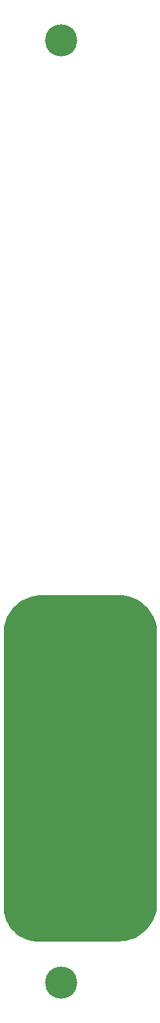
<source format=gbr>
G04 #@! TF.GenerationSoftware,KiCad,Pcbnew,(5.0.0)*
G04 #@! TF.CreationDate,2019-01-08T20:34:23-08:00*
G04 #@! TF.ProjectId,ears_panel,656172735F70616E656C2E6B69636164,rev?*
G04 #@! TF.SameCoordinates,Original*
G04 #@! TF.FileFunction,Copper,L2,Bot,Signal*
G04 #@! TF.FilePolarity,Positive*
%FSLAX46Y46*%
G04 Gerber Fmt 4.6, Leading zero omitted, Abs format (unit mm)*
G04 Created by KiCad (PCBNEW (5.0.0)) date 01/08/19 20:34:23*
%MOMM*%
%LPD*%
G01*
G04 APERTURE LIST*
G04 #@! TA.AperFunction,ViaPad*
%ADD10C,4.191000*%
G04 #@! TD*
G04 #@! TA.AperFunction,NonConductor*
%ADD11C,0.406400*%
G04 #@! TD*
G04 APERTURE END LIST*
D10*
G04 #@! TO.N,N$3*
X146001100Y-43753600D03*
X146001100Y-166253600D03*
G04 #@! TD*
D11*
G36*
X153954974Y-116072970D02*
X154393783Y-116134174D01*
X154825057Y-116235602D01*
X155245141Y-116376394D01*
X155650439Y-116555346D01*
X156037501Y-116770935D01*
X156403015Y-117021315D01*
X156743865Y-117304352D01*
X157057148Y-117617634D01*
X157340185Y-117958485D01*
X157590565Y-118323999D01*
X157806154Y-118711061D01*
X157985106Y-119116359D01*
X158125898Y-119536443D01*
X158222900Y-119948897D01*
X158222900Y-156749225D01*
X158125874Y-157161755D01*
X157985082Y-157581822D01*
X157806124Y-157987122D01*
X157590536Y-158374177D01*
X157340160Y-158739681D01*
X157057113Y-159080542D01*
X156743842Y-159393813D01*
X156402981Y-159676860D01*
X156037477Y-159927236D01*
X155650422Y-160142824D01*
X155245122Y-160321782D01*
X154825055Y-160462574D01*
X154393762Y-160564013D01*
X153954974Y-160625222D01*
X153507710Y-160645900D01*
X143512400Y-160645900D01*
X143499897Y-160646285D01*
X143066377Y-160673011D01*
X142642295Y-160657480D01*
X142221784Y-160600458D01*
X141808888Y-160502494D01*
X141407584Y-160364530D01*
X141021723Y-160187891D01*
X140655045Y-159974289D01*
X140311063Y-159725769D01*
X139993100Y-159444733D01*
X139704212Y-159133882D01*
X139447188Y-158796216D01*
X139224495Y-158434979D01*
X139038282Y-158053653D01*
X138892089Y-157660609D01*
X138779300Y-157128389D01*
X138779300Y-120097909D01*
X138797457Y-119967714D01*
X138898882Y-119536426D01*
X139039669Y-119116343D01*
X139218621Y-118711035D01*
X139434201Y-118323982D01*
X139684587Y-117958456D01*
X139967623Y-117617606D01*
X140280907Y-117304322D01*
X140621757Y-117021286D01*
X140987282Y-116770901D01*
X141374335Y-116555321D01*
X141779641Y-116376371D01*
X142199730Y-116235582D01*
X142631015Y-116134158D01*
X143069806Y-116072964D01*
X143517101Y-116052300D01*
X153507714Y-116052300D01*
X153954974Y-116072970D01*
X153954974Y-116072970D01*
G37*
X153954974Y-116072970D02*
X154393783Y-116134174D01*
X154825057Y-116235602D01*
X155245141Y-116376394D01*
X155650439Y-116555346D01*
X156037501Y-116770935D01*
X156403015Y-117021315D01*
X156743865Y-117304352D01*
X157057148Y-117617634D01*
X157340185Y-117958485D01*
X157590565Y-118323999D01*
X157806154Y-118711061D01*
X157985106Y-119116359D01*
X158125898Y-119536443D01*
X158222900Y-119948897D01*
X158222900Y-156749225D01*
X158125874Y-157161755D01*
X157985082Y-157581822D01*
X157806124Y-157987122D01*
X157590536Y-158374177D01*
X157340160Y-158739681D01*
X157057113Y-159080542D01*
X156743842Y-159393813D01*
X156402981Y-159676860D01*
X156037477Y-159927236D01*
X155650422Y-160142824D01*
X155245122Y-160321782D01*
X154825055Y-160462574D01*
X154393762Y-160564013D01*
X153954974Y-160625222D01*
X153507710Y-160645900D01*
X143512400Y-160645900D01*
X143499897Y-160646285D01*
X143066377Y-160673011D01*
X142642295Y-160657480D01*
X142221784Y-160600458D01*
X141808888Y-160502494D01*
X141407584Y-160364530D01*
X141021723Y-160187891D01*
X140655045Y-159974289D01*
X140311063Y-159725769D01*
X139993100Y-159444733D01*
X139704212Y-159133882D01*
X139447188Y-158796216D01*
X139224495Y-158434979D01*
X139038282Y-158053653D01*
X138892089Y-157660609D01*
X138779300Y-157128389D01*
X138779300Y-120097909D01*
X138797457Y-119967714D01*
X138898882Y-119536426D01*
X139039669Y-119116343D01*
X139218621Y-118711035D01*
X139434201Y-118323982D01*
X139684587Y-117958456D01*
X139967623Y-117617606D01*
X140280907Y-117304322D01*
X140621757Y-117021286D01*
X140987282Y-116770901D01*
X141374335Y-116555321D01*
X141779641Y-116376371D01*
X142199730Y-116235582D01*
X142631015Y-116134158D01*
X143069806Y-116072964D01*
X143517101Y-116052300D01*
X153507714Y-116052300D01*
X153954974Y-116072970D01*
M02*

</source>
